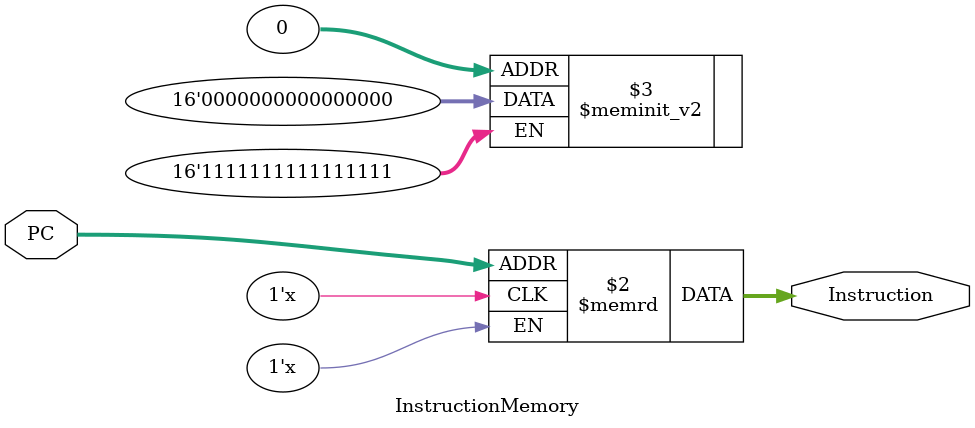
<source format=v>
`timescale 1ns / 1ps


module InstructionMemory (
    input [7:0] PC,
    output [15:0] Instruction
);

reg [15:0] memory [0:255];

initial begin
    // Load instructions into memory (opcode + operands)
    memory[0] = 16'b0000000000000000;  // Example instruction
    // Add more instructions here
end

assign Instruction = memory[PC];
endmodule


</source>
